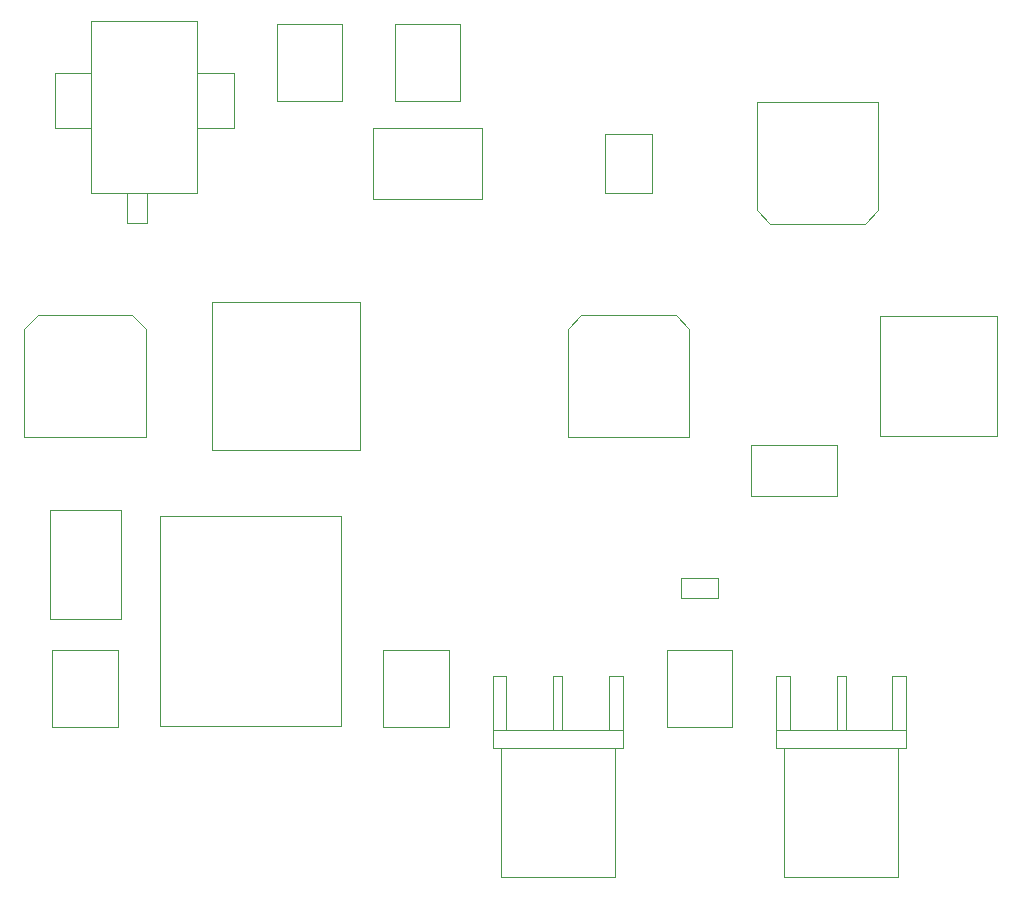
<source format=gbr>
G04 (created by PCBNEW (2013-mar-25)-stable) date Friday, August 07, 2015 09:57:37 AM*
%MOIN*%
G04 Gerber Fmt 3.4, Leading zero omitted, Abs format*
%FSLAX34Y34*%
G01*
G70*
G90*
G04 APERTURE LIST*
%ADD10C,0.006*%
%ADD11C,0.000393701*%
G04 APERTURE END LIST*
G54D10*
G54D11*
X53287Y-74653D02*
X59311Y-74653D01*
X59311Y-74653D02*
X59311Y-67669D01*
X59311Y-67669D02*
X53287Y-67669D01*
X53287Y-67669D02*
X53287Y-74653D01*
X63295Y-53838D02*
X61114Y-53838D01*
X61114Y-53838D02*
X61114Y-51279D01*
X61114Y-51279D02*
X63295Y-51279D01*
X63295Y-51279D02*
X63295Y-53838D01*
X70169Y-72145D02*
X72350Y-72145D01*
X72350Y-72145D02*
X72350Y-74704D01*
X72350Y-74704D02*
X70169Y-74704D01*
X70169Y-74704D02*
X70169Y-72145D01*
X60720Y-72145D02*
X62901Y-72145D01*
X62901Y-72145D02*
X62901Y-74704D01*
X62901Y-74704D02*
X60720Y-74704D01*
X60720Y-74704D02*
X60720Y-72145D01*
X49696Y-72145D02*
X51877Y-72145D01*
X51877Y-72145D02*
X51877Y-74704D01*
X51877Y-74704D02*
X49696Y-74704D01*
X49696Y-74704D02*
X49696Y-72145D01*
X59358Y-53838D02*
X57177Y-53838D01*
X57177Y-53838D02*
X57177Y-51279D01*
X57177Y-51279D02*
X59358Y-51279D01*
X59358Y-51279D02*
X59358Y-53838D01*
X50984Y-56889D02*
X50984Y-51181D01*
X50984Y-51181D02*
X54527Y-51181D01*
X54527Y-51181D02*
X54527Y-56889D01*
X54527Y-56889D02*
X50984Y-56889D01*
X52185Y-57913D02*
X52185Y-56889D01*
X52185Y-57913D02*
X52854Y-57913D01*
X52854Y-57913D02*
X52854Y-56889D01*
X50984Y-54724D02*
X49763Y-54724D01*
X49763Y-54724D02*
X49763Y-52913D01*
X49763Y-52913D02*
X50984Y-52913D01*
X54527Y-54724D02*
X55748Y-54724D01*
X55748Y-54724D02*
X55748Y-52913D01*
X55748Y-52913D02*
X54527Y-52913D01*
X64015Y-57086D02*
X60393Y-57086D01*
X60393Y-57086D02*
X60393Y-54724D01*
X60393Y-54724D02*
X64015Y-54724D01*
X64015Y-54724D02*
X64015Y-57086D01*
X49606Y-71102D02*
X49606Y-67480D01*
X49606Y-67480D02*
X51968Y-67480D01*
X51968Y-67480D02*
X51968Y-71102D01*
X51968Y-71102D02*
X49606Y-71102D01*
X69685Y-54921D02*
X69685Y-56889D01*
X69685Y-56889D02*
X68110Y-56889D01*
X68110Y-56889D02*
X68110Y-54921D01*
X68110Y-54921D02*
X69685Y-54921D01*
X73169Y-57480D02*
X73169Y-53877D01*
X73169Y-53877D02*
X77224Y-53877D01*
X77224Y-53877D02*
X77224Y-57480D01*
X77224Y-57480D02*
X76771Y-57933D01*
X76771Y-57933D02*
X73622Y-57933D01*
X73622Y-57933D02*
X73169Y-57480D01*
X52814Y-61417D02*
X52814Y-65019D01*
X52814Y-65019D02*
X48759Y-65019D01*
X48759Y-65019D02*
X48759Y-61417D01*
X48759Y-61417D02*
X49212Y-60964D01*
X49212Y-60964D02*
X52362Y-60964D01*
X52362Y-60964D02*
X52814Y-61417D01*
X70925Y-61417D02*
X70925Y-65019D01*
X70925Y-65019D02*
X66870Y-65019D01*
X66870Y-65019D02*
X66870Y-61417D01*
X66870Y-61417D02*
X67322Y-60964D01*
X67322Y-60964D02*
X70472Y-60964D01*
X70472Y-60964D02*
X70925Y-61417D01*
X81179Y-60992D02*
X81179Y-64992D01*
X81179Y-64992D02*
X77277Y-64992D01*
X77277Y-64992D02*
X77277Y-60992D01*
X77277Y-60992D02*
X81179Y-60992D01*
X55019Y-60531D02*
X59940Y-60531D01*
X59940Y-60531D02*
X59940Y-65452D01*
X59940Y-65452D02*
X55019Y-65452D01*
X55019Y-65452D02*
X55019Y-60531D01*
X73814Y-75401D02*
X73814Y-74803D01*
X73814Y-74803D02*
X78153Y-74803D01*
X78153Y-74803D02*
X78153Y-75401D01*
X78153Y-75401D02*
X73814Y-75401D01*
X75834Y-74803D02*
X75834Y-73003D01*
X75834Y-73003D02*
X76133Y-73003D01*
X76133Y-73003D02*
X76133Y-74803D01*
X73814Y-74803D02*
X73814Y-73003D01*
X73814Y-73003D02*
X74273Y-73003D01*
X74273Y-73003D02*
X74273Y-74803D01*
X78153Y-74803D02*
X78153Y-73003D01*
X78153Y-73003D02*
X77694Y-73003D01*
X77694Y-73003D02*
X77694Y-74803D01*
X77883Y-75401D02*
X77883Y-79685D01*
X77883Y-79685D02*
X74084Y-79685D01*
X74084Y-79685D02*
X74084Y-75401D01*
X64366Y-75401D02*
X64366Y-74803D01*
X64366Y-74803D02*
X68704Y-74803D01*
X68704Y-74803D02*
X68704Y-75401D01*
X68704Y-75401D02*
X64366Y-75401D01*
X66385Y-74803D02*
X66385Y-73003D01*
X66385Y-73003D02*
X66685Y-73003D01*
X66685Y-73003D02*
X66685Y-74803D01*
X64366Y-74803D02*
X64366Y-73003D01*
X64366Y-73003D02*
X64824Y-73003D01*
X64824Y-73003D02*
X64824Y-74803D01*
X68704Y-74803D02*
X68704Y-73003D01*
X68704Y-73003D02*
X68246Y-73003D01*
X68246Y-73003D02*
X68246Y-74803D01*
X68435Y-75401D02*
X68435Y-79685D01*
X68435Y-79685D02*
X64635Y-79685D01*
X64635Y-79685D02*
X64635Y-75401D01*
X71870Y-70413D02*
X70649Y-70413D01*
X70649Y-70413D02*
X70649Y-69744D01*
X70649Y-69744D02*
X71870Y-69744D01*
X71870Y-69744D02*
X71870Y-70413D01*
X75846Y-66988D02*
X72972Y-66988D01*
X72972Y-66988D02*
X72972Y-65295D01*
X72972Y-65295D02*
X75846Y-65295D01*
X75846Y-65295D02*
X75846Y-66988D01*
M02*

</source>
